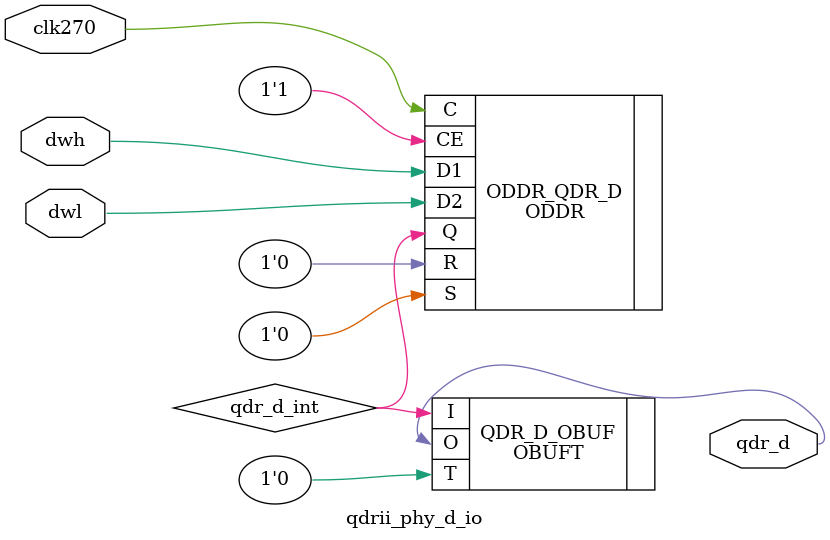
<source format=v>

`timescale 1ns/1ps

module qdrii_phy_d_io
  (
   input  clk270,
   input  dwl,
   input  dwh,
   output qdr_d
   );

   wire qdr_d_int;

   ODDR #
     (
      .DDR_CLK_EDGE ( "SAME_EDGE" )
      )
    ODDR_QDR_D
     (
      .Q  ( qdr_d_int ),
      .C  ( clk270 ),
      .CE ( 1'b1 ),
      .D1 ( dwh ),
      .D2 ( dwl ),
      .R  ( 1'b0 ),
      .S  ( 1'b0 )
      );

   OBUFT QDR_D_OBUF
     (
      .I ( qdr_d_int ),
      .O ( qdr_d ),
      .T ( 1'b0 )
      );

endmodule
</source>
